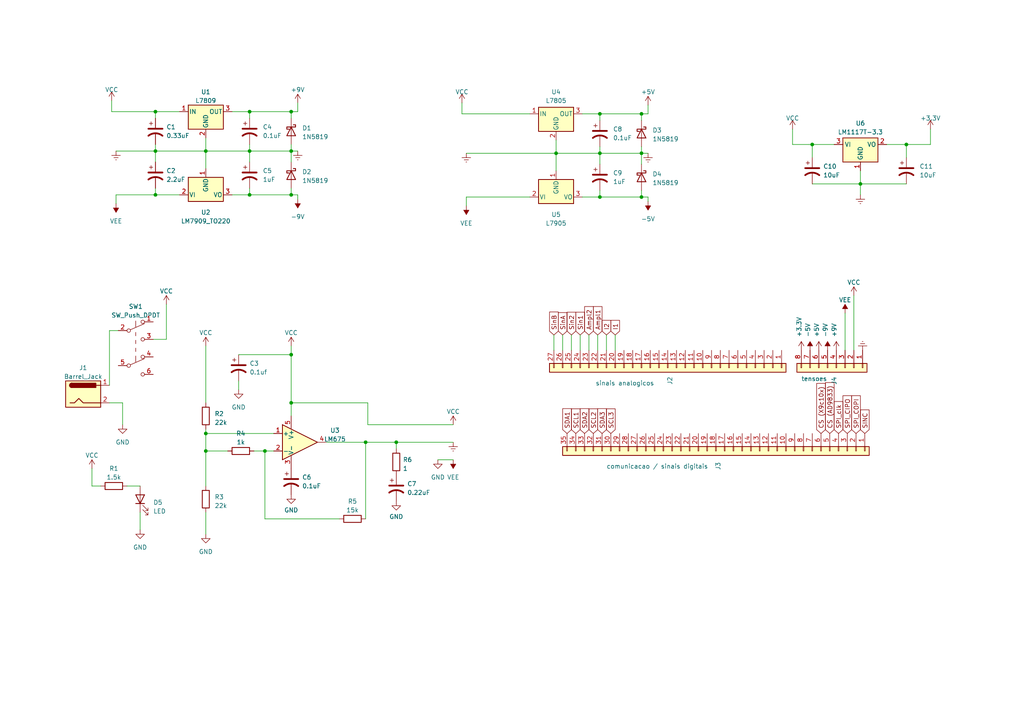
<source format=kicad_sch>
(kicad_sch (version 20230121) (generator eeschema)
  (paper "A4")
  (title_block (title "Fonte de tensao LM675") (date "2023-04-11") (rev "v02") (company "EITduino") (comment 1 "Autor: Gustavo Pinheiro") (comment 2 "reguladores: usar capacitores de tantalo"))
  (lib_symbols
    (symbol "Amplifier_Operational:LM675" (pin_names (offset 0.127))
      (property "Reference" "U" (at 0 7.62 0))
      (property "Value" "LM675" (at 0 5.08 0))
      (symbol "LM675_0_1"
        (polyline (pts (xy -5.08 5.08) (xy 5.08 0) (xy -5.08 -5.08) (xy -5.08 5.08)) (stroke (width 0.254)) (fill (type background)))
      )
      (symbol "LM675_1_1"
        (pin input line (at -7.62 2.54 0) (length 2.54) (name "+") (number "1"))
        (pin input line (at -7.62 -2.54 0) (length 2.54) (name "-") (number "2"))
        (pin power_in line (at -2.54 -7.62 90) (length 3.81) (name "V-") (number "3"))
        (pin output line (at 7.62 0 180) (length 2.54) (name "~") (number "4"))
        (pin power_in line (at -2.54 7.62 270) (length 3.81) (name "V+") (number "5"))
      )
    )
    (symbol "Connector:Barrel_Jack" (pin_names (offset 1.016))
      (property "Reference" "J" (at 0 5.334 0))
      (property "Value" "Barrel_Jack" (at 0 -5.08 0))
      (symbol "Barrel_Jack_0_1"
        (rectangle (start -5.08 3.81) (end 5.08 -3.81) (stroke (width 0.254)) (fill (type background)))
        (arc (start -3.302 3.175) (mid -3.9343 2.54) (end -3.302 1.905) (stroke (width 0.254)))
        (arc (start -3.302 3.175) (mid -3.9343 2.54) (end -3.302 1.905) (stroke (width 0.254)) (fill (type outline)))
        (polyline (pts (xy 5.08 2.54) (xy 3.81 2.54)) (stroke (width 0.254)))
        (polyline (pts (xy -3.81 -2.54) (xy -2.54 -2.54) (xy -1.27 -1.27) (xy 0 -2.54) (xy 2.54 -2.54) (xy 5.08 -2.54)) (stroke (width 0.254)))
        (rectangle (start 3.683 3.175) (end -3.302 1.905) (stroke (width 0.254)) (fill (type outline)))
      )
      (symbol "Barrel_Jack_1_1"
        (pin passive line (at 7.62 2.54 180) (length 2.54) (name "~") (number "1"))
        (pin passive line (at 7.62 -2.54 180) (length 2.54) (name "~") (number "2"))
      )
    )
    (symbol "Connector_Generic:Conn_01x08" (pin_names (offset 1.016) hide)
      (property "Reference" "J" (at 0 10.16 0))
      (property "Value" "Conn_01x08" (at 0 -12.7 0))
      (symbol "Conn_01x08_1_1"
        (rectangle (start -1.27 -10.033) (end 0 -10.287) (stroke (width 0.1524)))
        (rectangle (start -1.27 -7.493) (end 0 -7.747) (stroke (width 0.1524)))
        (rectangle (start -1.27 -4.953) (end 0 -5.207) (stroke (width 0.1524)))
        (rectangle (start -1.27 -2.413) (end 0 -2.667) (stroke (width 0.1524)))
        (rectangle (start -1.27 0.127) (end 0 -0.127) (stroke (width 0.1524)))
        (rectangle (start -1.27 2.667) (end 0 2.413) (stroke (width 0.1524)))
        (rectangle (start -1.27 5.207) (end 0 4.953) (stroke (width 0.1524)))
        (rectangle (start -1.27 7.747) (end 0 7.493) (stroke (width 0.1524)))
        (rectangle (start -1.27 8.89) (end 1.27 -11.43) (stroke (width 0.254)) (fill (type background)))
        (pin passive line (at -5.08 7.62 0) (length 3.81) (name "Pin_1") (number "1"))
        (pin passive line (at -5.08 5.08 0) (length 3.81) (name "Pin_2") (number "2"))
        (pin passive line (at -5.08 2.54 0) (length 3.81) (name "Pin_3") (number "3"))
        (pin passive line (at -5.08 0 0) (length 3.81) (name "Pin_4") (number "4"))
        (pin passive line (at -5.08 -2.54 0) (length 3.81) (name "Pin_5") (number "5"))
        (pin passive line (at -5.08 -5.08 0) (length 3.81) (name "Pin_6") (number "6"))
        (pin passive line (at -5.08 -7.62 0) (length 3.81) (name "Pin_7") (number "7"))
        (pin passive line (at -5.08 -10.16 0) (length 3.81) (name "Pin_8") (number "8"))
      )
    )
    (symbol "Connector_Generic:Conn_01x27" (pin_names (offset 1.016) hide)
      (property "Reference" "J" (at 0 35.56 0))
      (property "Value" "Conn_01x27" (at 0 -35.56 0))
      (symbol "Conn_01x27_1_1"
        (rectangle (start -1.27 -32.893) (end 0 -33.147) (stroke (width 0.1524)))
        (rectangle (start -1.27 -30.353) (end 0 -30.607) (stroke (width 0.1524)))
        (rectangle (start -1.27 -27.813) (end 0 -28.067) (stroke (width 0.1524)))
        (rectangle (start -1.27 -25.273) (end 0 -25.527) (stroke (width 0.1524)))
        (rectangle (start -1.27 -22.733) (end 0 -22.987) (stroke (width 0.1524)))
        (rectangle (start -1.27 -20.193) (end 0 -20.447) (stroke (width 0.1524)))
        (rectangle (start -1.27 -17.653) (end 0 -17.907) (stroke (width 0.1524)))
        (rectangle (start -1.27 -15.113) (end 0 -15.367) (stroke (width 0.1524)))
        (rectangle (start -1.27 -12.573) (end 0 -12.827) (stroke (width 0.1524)))
        (rectangle (start -1.27 -10.033) (end 0 -10.287) (stroke (width 0.1524)))
        (rectangle (start -1.27 -7.493) (end 0 -7.747) (stroke (width 0.1524)))
        (rectangle (start -1.27 -4.953) (end 0 -5.207) (stroke (width 0.1524)))
        (rectangle (start -1.27 -2.413) (end 0 -2.667) (stroke (width 0.1524)))
        (rectangle (start -1.27 0.127) (end 0 -0.127) (stroke (width 0.1524)))
        (rectangle (start -1.27 2.667) (end 0 2.413) (stroke (width 0.1524)))
        (rectangle (start -1.27 5.207) (end 0 4.953) (stroke (width 0.1524)))
        (rectangle (start -1.27 7.747) (end 0 7.493) (stroke (width 0.1524)))
        (rectangle (start -1.27 10.287) (end 0 10.033) (stroke (width 0.1524)))
        (rectangle (start -1.27 12.827) (end 0 12.573) (stroke (width 0.1524)))
        (rectangle (start -1.27 15.367) (end 0 15.113) (stroke (width 0.1524)))
        (rectangle (start -1.27 17.907) (end 0 17.653) (stroke (width 0.1524)))
        (rectangle (start -1.27 20.447) (end 0 20.193) (stroke (width 0.1524)))
        (rectangle (start -1.27 22.987) (end 0 22.733) (stroke (width 0.1524)))
        (rectangle (start -1.27 25.527) (end 0 25.273) (stroke (width 0.1524)))
        (rectangle (start -1.27 28.067) (end 0 27.813) (stroke (width 0.1524)))
        (rectangle (start -1.27 30.607) (end 0 30.353) (stroke (width 0.1524)))
        (rectangle (start -1.27 33.147) (end 0 32.893) (stroke (width 0.1524)))
        (rectangle (start -1.27 34.29) (end 1.27 -34.29) (stroke (width 0.254)) (fill (type background)))
        (pin passive line (at -5.08 33.02 0) (length 3.81) (name "Pin_1") (number "1"))
        (pin passive line (at -5.08 10.16 0) (length 3.81) (name "Pin_10") (number "10"))
        (pin passive line (at -5.08 7.62 0) (length 3.81) (name "Pin_11") (number "11"))
        (pin passive line (at -5.08 5.08 0) (length 3.81) (name "Pin_12") (number "12"))
        (pin passive line (at -5.08 2.54 0) (length 3.81) (name "Pin_13") (number "13"))
        (pin passive line (at -5.08 0 0) (length 3.81) (name "Pin_14") (number "14"))
        (pin passive line (at -5.08 -2.54 0) (length 3.81) (name "Pin_15") (number "15"))
        (pin passive line (at -5.08 -5.08 0) (length 3.81) (name "Pin_16") (number "16"))
        (pin passive line (at -5.08 -7.62 0) (length 3.81) (name "Pin_17") (number "17"))
        (pin passive line (at -5.08 -10.16 0) (length 3.81) (name "Pin_18") (number "18"))
        (pin passive line (at -5.08 -12.7 0) (length 3.81) (name "Pin_19") (number "19"))
        (pin passive line (at -5.08 30.48 0) (length 3.81) (name "Pin_2") (number "2"))
        (pin passive line (at -5.08 -15.24 0) (length 3.81) (name "Pin_20") (number "20"))
        (pin passive line (at -5.08 -17.78 0) (length 3.81) (name "Pin_21") (number "21"))
        (pin passive line (at -5.08 -20.32 0) (length 3.81) (name "Pin_22") (number "22"))
        (pin passive line (at -5.08 -22.86 0) (length 3.81) (name "Pin_23") (number "23"))
        (pin passive line (at -5.08 -25.4 0) (length 3.81) (name "Pin_24") (number "24"))
        (pin passive line (at -5.08 -27.94 0) (length 3.81) (name "Pin_25") (number "25"))
        (pin passive line (at -5.08 -30.48 0) (length 3.81) (name "Pin_26") (number "26"))
        (pin passive line (at -5.08 -33.02 0) (length 3.81) (name "Pin_27") (number "27"))
        (pin passive line (at -5.08 27.94 0) (length 3.81) (name "Pin_3") (number "3"))
        (pin passive line (at -5.08 25.4 0) (length 3.81) (name "Pin_4") (number "4"))
        (pin passive line (at -5.08 22.86 0) (length 3.81) (name "Pin_5") (number "5"))
        (pin passive line (at -5.08 20.32 0) (length 3.81) (name "Pin_6") (number "6"))
        (pin passive line (at -5.08 17.78 0) (length 3.81) (name "Pin_7") (number "7"))
        (pin passive line (at -5.08 15.24 0) (length 3.81) (name "Pin_8") (number "8"))
        (pin passive line (at -5.08 12.7 0) (length 3.81) (name "Pin_9") (number "9"))
      )
    )
    (symbol "Connector_Generic:Conn_01x35" (pin_names (offset 1.016) hide)
      (property "Reference" "J" (at 0 45.72 0))
      (property "Value" "Conn_01x35" (at 0 -45.72 0))
      (symbol "Conn_01x35_1_1"
        (rectangle (start -1.27 -43.053) (end 0 -43.307) (stroke (width 0.1524)))
        (rectangle (start -1.27 -40.513) (end 0 -40.767) (stroke (width 0.1524)))
        (rectangle (start -1.27 -37.973) (end 0 -38.227) (stroke (width 0.1524)))
        (rectangle (start -1.27 -35.433) (end 0 -35.687) (stroke (width 0.1524)))
        (rectangle (start -1.27 -32.893) (end 0 -33.147) (stroke (width 0.1524)))
        (rectangle (start -1.27 -30.353) (end 0 -30.607) (stroke (width 0.1524)))
        (rectangle (start -1.27 -27.813) (end 0 -28.067) (stroke (width 0.1524)))
        (rectangle (start -1.27 -25.273) (end 0 -25.527) (stroke (width 0.1524)))
        (rectangle (start -1.27 -22.733) (end 0 -22.987) (stroke (width 0.1524)))
        (rectangle (start -1.27 -20.193) (end 0 -20.447) (stroke (width 0.1524)))
        (rectangle (start -1.27 -17.653) (end 0 -17.907) (stroke (width 0.1524)))
        (rectangle (start -1.27 -15.113) (end 0 -15.367) (stroke (width 0.1524)))
        (rectangle (start -1.27 -12.573) (end 0 -12.827) (stroke (width 0.1524)))
        (rectangle (start -1.27 -10.033) (end 0 -10.287) (stroke (width 0.1524)))
        (rectangle (start -1.27 -7.493) (end 0 -7.747) (stroke (width 0.1524)))
        (rectangle (start -1.27 -4.953) (end 0 -5.207) (stroke (width 0.1524)))
        (rectangle (start -1.27 -2.413) (end 0 -2.667) (stroke (width 0.1524)))
        (rectangle (start -1.27 0.127) (end 0 -0.127) (stroke (width 0.1524)))
        (rectangle (start -1.27 2.667) (end 0 2.413) (stroke (width 0.1524)))
        (rectangle (start -1.27 5.207) (end 0 4.953) (stroke (width 0.1524)))
        (rectangle (start -1.27 7.747) (end 0 7.493) (stroke (width 0.1524)))
        (rectangle (start -1.27 10.287) (end 0 10.033) (stroke (width 0.1524)))
        (rectangle (start -1.27 12.827) (end 0 12.573) (stroke (width 0.1524)))
        (rectangle (start -1.27 15.367) (end 0 15.113) (stroke (width 0.1524)))
        (rectangle (start -1.27 17.907) (end 0 17.653) (stroke (width 0.1524)))
        (rectangle (start -1.27 20.447) (end 0 20.193) (stroke (width 0.1524)))
        (rectangle (start -1.27 22.987) (end 0 22.733) (stroke (width 0.1524)))
        (rectangle (start -1.27 25.527) (end 0 25.273) (stroke (width 0.1524)))
        (rectangle (start -1.27 28.067) (end 0 27.813) (stroke (width 0.1524)))
        (rectangle (start -1.27 30.607) (end 0 30.353) (stroke (width 0.1524)))
        (rectangle (start -1.27 33.147) (end 0 32.893) (stroke (width 0.1524)))
        (rectangle (start -1.27 35.687) (end 0 35.433) (stroke (width 0.1524)))
        (rectangle (start -1.27 38.227) (end 0 37.973) (stroke (width 0.1524)))
        (rectangle (start -1.27 40.767) (end 0 40.513) (stroke (width 0.1524)))
        (rectangle (start -1.27 43.307) (end 0 43.053) (stroke (width 0.1524)))
        (rectangle (start -1.27 44.45) (end 1.27 -44.45) (stroke (width 0.254)) (fill (type background)))
        (pin passive line (at -5.08 43.18 0) (length 3.81) (name "Pin_1") (number "1"))
        (pin passive line (at -5.08 20.32 0) (length 3.81) (name "Pin_10") (number "10"))
        (pin passive line (at -5.08 17.78 0) (length 3.81) (name "Pin_11") (number "11"))
        (pin passive line (at -5.08 15.24 0) (length 3.81) (name "Pin_12") (number "12"))
        (pin passive line (at -5.08 12.7 0) (length 3.81) (name "Pin_13") (number "13"))
        (pin passive line (at -5.08 10.16 0) (length 3.81) (name "Pin_14") (number "14"))
        (pin passive line (at -5.08 7.62 0) (length 3.81) (name "Pin_15") (number "15"))
        (pin passive line (at -5.08 5.08 0) (length 3.81) (name "Pin_16") (number "16"))
        (pin passive line (at -5.08 2.54 0) (length 3.81) (name "Pin_17") (number "17"))
        (pin passive line (at -5.08 0 0) (length 3.81) (name "Pin_18") (number "18"))
        (pin passive line (at -5.08 -2.54 0) (length 3.81) (name "Pin_19") (number "19"))
        (pin passive line (at -5.08 40.64 0) (length 3.81) (name "Pin_2") (number "2"))
        (pin passive line (at -5.08 -5.08 0) (length 3.81) (name "Pin_20") (number "20"))
        (pin passive line (at -5.08 -7.62 0) (length 3.81) (name "Pin_21") (number "21"))
        (pin passive line (at -5.08 -10.16 0) (length 3.81) (name "Pin_22") (number "22"))
        (pin passive line (at -5.08 -12.7 0) (length 3.81) (name "Pin_23") (number "23"))
        (pin passive line (at -5.08 -15.24 0) (length 3.81) (name "Pin_24") (number "24"))
        (pin passive line (at -5.08 -17.78 0) (length 3.81) (name "Pin_25") (number "25"))
        (pin passive line (at -5.08 -20.32 0) (length 3.81) (name "Pin_26") (number "26"))
        (pin passive line (at -5.08 -22.86 0) (length 3.81) (name "Pin_27") (number "27"))
        (pin passive line (at -5.08 -25.4 0) (length 3.81) (name "Pin_28") (number "28"))
        (pin passive line (at -5.08 -27.94 0) (length 3.81) (name "Pin_29") (number "29"))
        (pin passive line (at -5.08 38.1 0) (length 3.81) (name "Pin_3") (number "3"))
        (pin passive line (at -5.08 -30.48 0) (length 3.81) (name "Pin_30") (number "30"))
        (pin passive line (at -5.08 -33.02 0) (length 3.81) (name "Pin_31") (number "31"))
        (pin passive line (at -5.08 -35.56 0) (length 3.81) (name "Pin_32") (number "32"))
        (pin passive line (at -5.08 -38.1 0) (length 3.81) (name "Pin_33") (number "33"))
        (pin passive line (at -5.08 -40.64 0) (length 3.81) (name "Pin_34") (number "34"))
        (pin passive line (at -5.08 -43.18 0) (length 3.81) (name "Pin_35") (number "35"))
        (pin passive line (at -5.08 35.56 0) (length 3.81) (name "Pin_4") (number "4"))
        (pin passive line (at -5.08 33.02 0) (length 3.81) (name "Pin_5") (number "5"))
        (pin passive line (at -5.08 30.48 0) (length 3.81) (name "Pin_6") (number "6"))
        (pin passive line (at -5.08 27.94 0) (length 3.81) (name "Pin_7") (number "7"))
        (pin passive line (at -5.08 25.4 0) (length 3.81) (name "Pin_8") (number "8"))
        (pin passive line (at -5.08 22.86 0) (length 3.81) (name "Pin_9") (number "9"))
      )
    )
    (symbol "Device:C_Polarized_US" (pin_numbers hide) (pin_names (offset 0.254) hide)
      (property "Reference" "C" (at 0.635 2.54 0))
      (property "Value" "C_Polarized_US" (at 0.635 -2.54 0))
      (symbol "C_Polarized_US_0_1"
        (polyline (pts (xy -2.032 0.762) (xy 2.032 0.762)) (stroke (width 0.508)))
        (polyline (pts (xy -1.778 2.286) (xy -0.762 2.286)))
        (polyline (pts (xy -1.27 1.778) (xy -1.27 2.794)))
        (arc (start 2.032 -1.27) (mid 0 -0.5572) (end -2.032 -1.27) (stroke (width 0.508)))
      )
      (symbol "C_Polarized_US_1_1"
        (pin passive line (at 0 3.81 270) (length 2.794) (name "~") (number "1"))
        (pin passive line (at 0 -3.81 90) (length 3.302) (name "~") (number "2"))
      )
    )
    (symbol "Device:LED" (pin_numbers hide) (pin_names (offset 1.016) hide)
      (property "Reference" "D" (at 0 2.54 0))
      (property "Value" "LED" (at 0 -2.54 0))
      (symbol "LED_0_1"
        (polyline (pts (xy -1.27 -1.27) (xy -1.27 1.27)) (stroke (width 0.254)))
        (polyline (pts (xy -1.27 0) (xy 1.27 0)))
        (polyline (pts (xy 1.27 -1.27) (xy 1.27 1.27) (xy -1.27 0) (xy 1.27 -1.27)) (stroke (width 0.254)))
        (polyline (pts (xy -3.048 -0.762) (xy -4.572 -2.286) (xy -3.81 -2.286) (xy -4.572 -2.286) (xy -4.572 -1.524)))
        (polyline (pts (xy -1.778 -0.762) (xy -3.302 -2.286) (xy -2.54 -2.286) (xy -3.302 -2.286) (xy -3.302 -1.524)))
      )
      (symbol "LED_1_1"
        (pin passive line (at -3.81 0 0) (length 2.54) (name "K") (number "1"))
        (pin passive line (at 3.81 0 180) (length 2.54) (name "A") (number "2"))
      )
    )
    (symbol "Device:R" (pin_numbers hide) (pin_names (offset 0))
      (property "Reference" "R" (at 2.032 0 90))
      (property "Value" "R" (at 0 0 90))
      (symbol "R_0_1"
        (rectangle (start -1.016 -2.54) (end 1.016 2.54) (stroke (width 0.254)))
      )
      (symbol "R_1_1"
        (pin passive line (at 0 3.81 270) (length 1.27) (name "~") (number "1"))
        (pin passive line (at 0 -3.81 90) (length 1.27) (name "~") (number "2"))
      )
    )
    (symbol "Diode:1N5819" (pin_numbers hide) (pin_names (offset 1.016) hide)
      (property "Reference" "D" (at 0 2.54 0))
      (property "Value" "1N5819" (at 0 -2.54 0))
      (symbol "1N5819_0_1"
        (polyline (pts (xy 1.27 0) (xy -1.27 0)))
        (polyline (pts (xy 1.27 1.27) (xy 1.27 -1.27) (xy -1.27 0) (xy 1.27 1.27)) (stroke (width 0.254)))
        (polyline (pts (xy -1.905 0.635) (xy -1.905 1.27) (xy -1.27 1.27) (xy -1.27 -1.27) (xy -0.635 -1.27) (xy -0.635 -0.635)) (stroke (width 0.254)))
      )
      (symbol "1N5819_1_1"
        (pin passive line (at -3.81 0 0) (length 2.54) (name "K") (number "1"))
        (pin passive line (at 3.81 0 180) (length 2.54) (name "A") (number "2"))
      )
    )
    (symbol "GND_1" (power) (pin_names (offset 0))
      (property "Value" "GND_1" (at 0 -3.81 0))
      (symbol "GND_1_0_1"
        (polyline (pts (xy 0 0) (xy 0 -1.27) (xy 1.27 -1.27) (xy 0 -2.54) (xy -1.27 -1.27) (xy 0 -1.27)))
      )
      (symbol "GND_1_1_1"
        (pin power_in line (at 0 0 270) (length 0) hide (name "GND") (number "1"))
      )
    )
    (symbol "Regulator_Linear:L7805" (pin_names (offset 0.254))
      (property "Reference" "U" (at -3.81 3.175 0))
      (property "Value" "L7805" (at 0 3.175 0))
      (symbol "L7805_0_1"
        (rectangle (start -5.08 1.905) (end 5.08 -5.08) (stroke (width 0.254)) (fill (type background)))
      )
      (symbol "L7805_1_1"
        (pin power_in line (at -7.62 0 0) (length 2.54) (name "IN") (number "1"))
        (pin power_in line (at 0 -7.62 90) (length 2.54) (name "GND") (number "2"))
        (pin power_out line (at 7.62 0 180) (length 2.54) (name "OUT") (number "3"))
      )
    )
    (symbol "Regulator_Linear:L7809" (pin_names (offset 0.254))
      (property "Reference" "U" (at -3.81 3.175 0))
      (property "Value" "L7809" (at 0 3.175 0))
      (symbol "L7809_0_1"
        (rectangle (start -5.08 1.905) (end 5.08 -5.08) (stroke (width 0.254)) (fill (type background)))
      )
      (symbol "L7809_1_1"
        (pin power_in line (at -7.62 0 0) (length 2.54) (name "IN") (number "1"))
        (pin power_in line (at 0 -7.62 90) (length 2.54) (name "GND") (number "2"))
        (pin power_out line (at 7.62 0 180) (length 2.54) (name "OUT") (number "3"))
      )
    )
    (symbol "Regulator_Linear:L7905" (pin_names (offset 0.254))
      (property "Reference" "U" (at -3.81 -3.175 0))
      (property "Value" "L7905" (at 0 -3.175 0))
      (symbol "L7905_0_1"
        (rectangle (start -5.08 5.08) (end 5.08 -1.905) (stroke (width 0.254)) (fill (type background)))
      )
      (symbol "L7905_1_1"
        (pin power_in line (at 0 7.62 270) (length 2.54) (name "GND") (number "1"))
        (pin power_in line (at -7.62 0 0) (length 2.54) (name "VI") (number "2"))
        (pin power_out line (at 7.62 0 180) (length 2.54) (name "VO") (number "3"))
      )
    )
    (symbol "Regulator_Linear:LM1117T-3.3"
      (property "Reference" "U" (at -3.81 3.175 0))
      (property "Value" "LM1117T-3.3" (at 0 3.175 0))
      (symbol "LM1117T-3.3_0_1"
        (rectangle (start -5.08 -5.08) (end 5.08 1.905) (stroke (width 0.254)) (fill (type background)))
      )
      (symbol "LM1117T-3.3_1_1"
        (pin power_in line (at 0 -7.62 90) (length 2.54) (name "GND") (number "1"))
        (pin power_out line (at 7.62 0 180) (length 2.54) (name "VO") (number "2"))
        (pin power_in line (at -7.62 0 0) (length 2.54) (name "VI") (number "3"))
      )
    )
    (symbol "Regulator_Linear:LM7909_TO220" (pin_names (offset 0.254))
      (property "Reference" "U" (at -3.81 -3.175 0))
      (property "Value" "LM7909_TO220" (at 0 -3.175 0))
      (symbol "LM7909_TO220_0_1"
        (rectangle (start -5.08 5.08) (end 5.08 -1.905) (stroke (width 0.254)) (fill (type background)))
      )
      (symbol "LM7909_TO220_1_1"
        (pin power_in line (at 0 7.62 270) (length 2.54) (name "GND") (number "1"))
        (pin power_in line (at -7.62 0 0) (length 2.54) (name "VI") (number "2"))
        (pin power_out line (at 7.62 0 180) (length 2.54) (name "VO") (number "3"))
      )
    )
    (symbol "Switch:SW_Push_DPDT" (pin_names (offset 0) hide)
      (property "Reference" "SW" (at 0 8.89 0))
      (property "Value" "SW_Push_DPDT" (at 0 -10.16 0))
      (symbol "SW_Push_DPDT_0_0"
        (circle (center -2.032 -5.08) (radius 0.508))
        (circle (center -2.032 5.08) (radius 0.508))
        (circle (center 2.032 -7.62) (radius 0.508))
        (circle (center 2.032 2.54) (radius 0.508))
      )
      (symbol "SW_Push_DPDT_0_1"
        (polyline (pts (xy -1.524 -4.826) (xy 2.54 -3.048)))
        (polyline (pts (xy -1.524 5.334) (xy 2.54 7.112)))
        (polyline (pts (xy 0 -2.286) (xy 0 -4.064)))
        (polyline (pts (xy 0 -1.016) (xy 0 0)))
        (polyline (pts (xy 0 1.27) (xy 0 2.286)))
        (polyline (pts (xy 0 3.556) (xy 0 4.572)))
        (polyline (pts (xy 0 7.874) (xy 0 6.096)))
        (circle (center 2.032 -2.54) (radius 0.508))
        (circle (center 2.032 7.62) (radius 0.508))
      )
      (symbol "SW_Push_DPDT_1_1"
        (pin passive line (at 5.08 7.62 180) (length 2.54) (name "A") (number "1"))
        (pin passive line (at -5.08 5.08 0) (length 2.54) (name "B") (number "2"))
        (pin passive line (at 5.08 2.54 180) (length 2.54) (name "C") (number "3"))
        (pin passive line (at 5.08 -2.54 180) (length 2.54) (name "A") (number "4"))
        (pin passive line (at -5.08 -5.08 0) (length 2.54) (name "B") (number "5"))
        (pin passive line (at 5.08 -7.62 180) (length 2.54) (name "C") (number "6"))
      )
    )
    (symbol "VCC_1" (power) (pin_names (offset 0))
      (property "Value" "VCC_1" (at 0 3.81 0))
      (symbol "VCC_1_0_1"
        (polyline (pts (xy -0.762 1.27) (xy 0 2.54)))
        (polyline (pts (xy 0 0) (xy 0 2.54)))
        (polyline (pts (xy 0 2.54) (xy 0.762 1.27)))
      )
      (symbol "VCC_1_1_1"
        (pin power_in line (at 0 0 90) (length 0) hide (name "VCC") (number "1"))
      )
    )
    (symbol "power:+3.3V" (power) (pin_names (offset 0))
      (property "Value" "+3.3V" (at 0 3.556 0))
      (symbol "+3.3V_0_1"
        (polyline (pts (xy -0.762 1.27) (xy 0 2.54)))
        (polyline (pts (xy 0 0) (xy 0 2.54)))
        (polyline (pts (xy 0 2.54) (xy 0.762 1.27)))
      )
      (symbol "+3.3V_1_1"
        (pin power_in line (at 0 0 90) (length 0) hide (name "+3.3V") (number "1"))
      )
    )
    (symbol "power:+5V" (power) (pin_names (offset 0))
      (property "Value" "+5V" (at 0 3.556 0))
      (symbol "+5V_0_1"
        (polyline (pts (xy -0.762 1.27) (xy 0 2.54)))
        (polyline (pts (xy 0 0) (xy 0 2.54)))
        (polyline (pts (xy 0 2.54) (xy 0.762 1.27)))
      )
      (symbol "+5V_1_1"
        (pin power_in line (at 0 0 90) (length 0) hide (name "+5V") (number "1"))
      )
    )
    (symbol "power:+9V" (power) (pin_names (offset 0))
      (property "Value" "+9V" (at 0 3.556 0))
      (symbol "+9V_0_1"
        (polyline (pts (xy -0.762 1.27) (xy 0 2.54)))
        (polyline (pts (xy 0 0) (xy 0 2.54)))
        (polyline (pts (xy 0 2.54) (xy 0.762 1.27)))
      )
      (symbol "+9V_1_1"
        (pin power_in line (at 0 0 90) (length 0) hide (name "+9V") (number "1"))
      )
    )
    (symbol "power:-5V" (power) (pin_names (offset 0))
      (property "Value" "-5V" (at 0 3.81 0))
      (symbol "-5V_0_0"
        (pin power_in line (at 0 0 90) (length 0) hide (name "-5V") (number "1"))
      )
      (symbol "-5V_0_1"
        (polyline (pts (xy 0 0) (xy 0 1.27) (xy 0.762 1.27) (xy 0 2.54) (xy -0.762 1.27) (xy 0 1.27)) (fill (type outline)))
      )
    )
    (symbol "power:-9V" (power) (pin_names (offset 0))
      (property "Value" "-9V" (at 0 3.81 0))
      (symbol "-9V_0_1"
        (polyline (pts (xy 0 0) (xy 0 2.54)))
        (polyline (pts (xy 0.762 1.27) (xy -0.762 1.27) (xy 0 2.54) (xy 0.762 1.27)) (fill (type outline)))
      )
      (symbol "-9V_1_1"
        (pin power_in line (at 0 0 90) (length 0) hide (name "-9V") (number "1"))
      )
    )
    (symbol "power:Earth" (power) (pin_names (offset 0))
      (symbol "Earth_0_1"
        (polyline (pts (xy -0.635 -1.905) (xy 0.635 -1.905)))
        (polyline (pts (xy -0.127 -2.54) (xy 0.127 -2.54)))
        (polyline (pts (xy 0 -1.27) (xy 0 0)))
        (polyline (pts (xy 1.27 -1.27) (xy -1.27 -1.27)))
      )
      (symbol "Earth_1_1"
        (pin power_in line (at 0 0 270) (length 0) hide (name "Earth") (number "1"))
      )
    )
    (symbol "power:GND" (power) (pin_names (offset 0))
      (property "Value" "GND" (at 0 -3.81 0))
      (symbol "GND_0_1"
        (polyline (pts (xy 0 0) (xy 0 -1.27) (xy 1.27 -1.27) (xy 0 -2.54) (xy -1.27 -1.27) (xy 0 -1.27)))
      )
      (symbol "GND_1_1"
        (pin power_in line (at 0 0 270) (length 0) hide (name "GND") (number "1"))
      )
    )
    (symbol "power:VCC" (power) (pin_names (offset 0))
      (property "Value" "VCC" (at 0 3.81 0))
      (symbol "VCC_0_1"
        (polyline (pts (xy -0.762 1.27) (xy 0 2.54)))
        (polyline (pts (xy 0 0) (xy 0 2.54)))
        (polyline (pts (xy 0 2.54) (xy 0.762 1.27)))
      )
      (symbol "VCC_1_1"
        (pin power_in line (at 0 0 90) (length 0) hide (name "VCC") (number "1"))
      )
    )
    (symbol "power:VEE" (power) (pin_names (offset 0))
      (property "Value" "VEE" (at 0 3.81 0))
      (symbol "VEE_0_1"
        (polyline (pts (xy 0 0) (xy 0 2.54)))
        (polyline (pts (xy 0.762 1.27) (xy -0.762 1.27) (xy 0 2.54) (xy 0.762 1.27)) (fill (type outline)))
      )
      (symbol "VEE_1_1"
        (pin power_in line (at 0 0 90) (length 0) hide (name "VEE") (number "1"))
      )
    )
  )
  (junction (at 173.99 57.15))
  (junction (at 84.455 32.385))
  (junction (at 45.085 32.385))
  (junction (at 59.69 43.815))
  (junction (at 84.455 116.84))
  (junction (at 186.055 33.02))
  (junction (at 173.99 44.45))
  (junction (at 235.585 41.91))
  (junction (at 84.455 102.87))
  (junction (at 186.055 44.45))
  (junction (at 173.99 33.02))
  (junction (at 84.455 43.815))
  (junction (at 72.39 56.515))
  (junction (at 59.69 125.73))
  (junction (at 114.935 128.27))
  (junction (at 186.055 57.15))
  (junction (at 45.085 43.815))
  (junction (at 249.555 53.34))
  (junction (at 84.455 56.515))
  (junction (at 72.39 32.385))
  (junction (at 59.69 130.81))
  (junction (at 262.89 41.91))
  (junction (at 161.29 44.45))
  (junction (at 76.835 130.81))
  (junction (at 72.39 43.815))
  (junction (at 106.045 128.27))
  (junction (at 45.085 56.515))
  (wire (pts (xy 76.835 150.495) (xy 76.835 130.81)))
  (wire (pts (xy 269.875 41.91) (xy 262.89 41.91)))
  (wire (pts (xy 32.385 29.21) (xy 32.385 32.385)))
  (wire (pts (xy 245.11 90.805) (xy 245.11 101.6)))
  (wire (pts (xy 84.455 116.84) (xy 84.455 120.65)))
  (wire (pts (xy 175.895 97.155) (xy 175.895 101.6)))
  (wire (pts (xy 48.26 88.265) (xy 48.26 98.425)))
  (wire (pts (xy 235.585 41.91) (xy 241.935 41.91)))
  (wire (pts (xy 229.87 41.91) (xy 235.585 41.91)))
  (wire (pts (xy 163.195 97.155) (xy 163.195 101.6)))
  (wire (pts (xy 45.085 32.385) (xy 52.07 32.385)))
  (wire (pts (xy 40.64 148.59) (xy 40.64 153.67)))
  (wire (pts (xy 69.215 110.49) (xy 69.215 113.03)))
  (wire (pts (xy 69.215 102.87) (xy 84.455 102.87)))
  (wire (pts (xy 33.655 56.515) (xy 45.085 56.515)))
  (wire (pts (xy 76.835 130.81) (xy 79.375 130.81)))
  (wire (pts (xy 33.655 59.055) (xy 33.655 56.515)))
  (wire (pts (xy 84.455 32.385) (xy 86.36 32.385)))
  (wire (pts (xy 59.69 40.005) (xy 59.69 43.815)))
  (wire (pts (xy 114.935 128.27) (xy 131.445 128.27)))
  (wire (pts (xy 45.085 34.29) (xy 45.085 32.385)))
  (wire (pts (xy 173.99 42.545) (xy 173.99 44.45)))
  (wire (pts (xy 133.985 33.02) (xy 153.67 33.02)))
  (wire (pts (xy 186.055 33.02) (xy 187.96 33.02)))
  (wire (pts (xy 26.67 140.97) (xy 29.21 140.97)))
  (wire (pts (xy 133.985 29.845) (xy 133.985 33.02)))
  (wire (pts (xy 173.99 44.45) (xy 186.055 44.45)))
  (wire (pts (xy 84.455 54.61) (xy 84.455 56.515)))
  (wire (pts (xy 168.91 33.02) (xy 173.99 33.02)))
  (wire (pts (xy 34.29 95.885) (xy 31.75 95.885)))
  (wire (pts (xy 135.255 44.45) (xy 161.29 44.45)))
  (wire (pts (xy 186.055 57.15) (xy 187.96 57.15)))
  (wire (pts (xy 114.935 128.27) (xy 114.935 130.175)))
  (wire (pts (xy 135.255 57.15) (xy 153.67 57.15)))
  (wire (pts (xy 106.68 123.19) (xy 106.68 116.84)))
  (wire (pts (xy 84.455 43.815) (xy 86.36 43.815)))
  (wire (pts (xy 59.69 124.46) (xy 59.69 125.73)))
  (wire (pts (xy 262.89 41.91) (xy 262.89 45.72)))
  (wire (pts (xy 173.99 33.02) (xy 173.99 34.925)))
  (wire (pts (xy 84.455 32.385) (xy 84.455 34.29)))
  (wire (pts (xy 173.99 33.02) (xy 186.055 33.02)))
  (wire (pts (xy 35.56 116.84) (xy 35.56 123.19)))
  (wire (pts (xy 173.99 57.15) (xy 186.055 57.15)))
  (wire (pts (xy 45.085 54.61) (xy 45.085 56.515)))
  (wire (pts (xy 127 133.35) (xy 131.445 133.35)))
  (wire (pts (xy 84.455 56.515) (xy 86.36 56.515)))
  (wire (pts (xy 168.275 97.155) (xy 168.275 101.6)))
  (wire (pts (xy 67.31 32.385) (xy 72.39 32.385)))
  (wire (pts (xy 106.045 128.27) (xy 106.045 150.495)))
  (wire (pts (xy 229.87 37.465) (xy 229.87 41.91)))
  (wire (pts (xy 84.455 41.91) (xy 84.455 43.815)))
  (wire (pts (xy 72.39 43.815) (xy 84.455 43.815)))
  (wire (pts (xy 59.69 43.815) (xy 72.39 43.815)))
  (wire (pts (xy 235.585 53.34) (xy 249.555 53.34)))
  (wire (pts (xy 186.055 42.545) (xy 186.055 44.45)))
  (wire (pts (xy 186.055 33.02) (xy 186.055 34.925)))
  (wire (pts (xy 187.96 57.15) (xy 187.96 58.42)))
  (wire (pts (xy 48.26 98.425) (xy 44.45 98.425)))
  (wire (pts (xy 26.67 135.89) (xy 26.67 140.97)))
  (wire (pts (xy 72.39 56.515) (xy 84.455 56.515)))
  (wire (pts (xy 59.69 125.73) (xy 79.375 125.73)))
  (wire (pts (xy 36.83 140.97) (xy 40.64 140.97)))
  (wire (pts (xy 178.435 97.155) (xy 178.435 101.6)))
  (wire (pts (xy 173.99 44.45) (xy 173.99 47.625)))
  (wire (pts (xy 249.555 53.34) (xy 249.555 56.515)))
  (wire (pts (xy 186.055 44.45) (xy 187.96 44.45)))
  (wire (pts (xy 45.085 43.815) (xy 59.69 43.815)))
  (wire (pts (xy 84.455 100.33) (xy 84.455 102.87)))
  (wire (pts (xy 168.91 57.15) (xy 173.99 57.15)))
  (wire (pts (xy 98.425 150.495) (xy 76.835 150.495)))
  (wire (pts (xy 161.29 40.64) (xy 161.29 44.45)))
  (wire (pts (xy 45.085 41.91) (xy 45.085 43.815)))
  (wire (pts (xy 106.045 128.27) (xy 114.935 128.27)))
  (wire (pts (xy 161.29 44.45) (xy 173.99 44.45)))
  (wire (pts (xy 84.455 43.815) (xy 84.455 46.99)))
  (wire (pts (xy 186.055 44.45) (xy 186.055 47.625)))
  (wire (pts (xy 45.085 56.515) (xy 52.07 56.515)))
  (wire (pts (xy 59.69 100.33) (xy 59.69 116.84)))
  (wire (pts (xy 161.29 44.45) (xy 161.29 49.53)))
  (wire (pts (xy 32.385 32.385) (xy 45.085 32.385)))
  (wire (pts (xy 247.65 85.725) (xy 247.65 101.6)))
  (wire (pts (xy 31.75 95.885) (xy 31.75 111.76)))
  (wire (pts (xy 173.99 57.15) (xy 173.99 55.245)))
  (wire (pts (xy 173.355 97.155) (xy 173.355 101.6)))
  (wire (pts (xy 33.655 43.815) (xy 45.085 43.815)))
  (wire (pts (xy 72.39 56.515) (xy 72.39 54.61)))
  (wire (pts (xy 86.36 29.845) (xy 86.36 32.385)))
  (wire (pts (xy 72.39 41.91) (xy 72.39 43.815)))
  (wire (pts (xy 269.875 37.465) (xy 269.875 41.91)))
  (wire (pts (xy 59.69 148.59) (xy 59.69 154.94)))
  (wire (pts (xy 187.96 30.48) (xy 187.96 33.02)))
  (wire (pts (xy 86.36 56.515) (xy 86.36 57.785)))
  (wire (pts (xy 84.455 102.87) (xy 84.455 116.84)))
  (wire (pts (xy 257.175 41.91) (xy 262.89 41.91)))
  (wire (pts (xy 106.68 123.19) (xy 131.445 123.19)))
  (wire (pts (xy 106.68 116.84) (xy 84.455 116.84)))
  (wire (pts (xy 67.31 56.515) (xy 72.39 56.515)))
  (wire (pts (xy 59.69 43.815) (xy 59.69 48.895)))
  (wire (pts (xy 160.655 97.155) (xy 160.655 101.6)))
  (wire (pts (xy 249.555 53.34) (xy 262.89 53.34)))
  (wire (pts (xy 59.69 125.73) (xy 59.69 130.81)))
  (wire (pts (xy 59.69 130.81) (xy 66.04 130.81)))
  (wire (pts (xy 186.055 55.245) (xy 186.055 57.15)))
  (wire (pts (xy 72.39 32.385) (xy 84.455 32.385)))
  (wire (pts (xy 72.39 32.385) (xy 72.39 34.29)))
  (wire (pts (xy 170.815 97.155) (xy 170.815 101.6)))
  (wire (pts (xy 73.66 130.81) (xy 76.835 130.81)))
  (wire (pts (xy 165.735 97.155) (xy 165.735 101.6)))
  (wire (pts (xy 94.615 128.27) (xy 106.045 128.27)))
  (wire (pts (xy 31.75 116.84) (xy 35.56 116.84)))
  (wire (pts (xy 235.585 45.72) (xy 235.585 41.91)))
  (wire (pts (xy 249.555 49.53) (xy 249.555 53.34)))
  (wire (pts (xy 72.39 43.815) (xy 72.39 46.99)))
  (wire (pts (xy 45.085 43.815) (xy 45.085 46.99)))
  (wire (pts (xy 59.69 130.81) (xy 59.69 140.97)))
  (wire (pts (xy 135.255 59.69) (xy 135.255 57.15)))
  (global_label "SPI_clk" (shape input) (at 243.205 125.73 90) (property "Intersheetrefs" "${INTERSHEET_REFS}" (effects hide)))
  (global_label "I1" (shape input) (at 178.435 97.155 90) (property "Intersheetrefs" "${INTERSHEET_REFS}" (effects hide)))
  (global_label "SDA3" (shape input) (at 174.625 125.73 90) (property "Intersheetrefs" "${INTERSHEET_REFS}" (effects hide)))
  (global_label "SINC" (shape input) (at 250.825 125.73 90) (property "Intersheetrefs" "${INTERSHEET_REFS}" (effects hide)))
  (global_label "SDA2" (shape input) (at 169.545 125.73 90) (property "Intersheetrefs" "${INTERSHEET_REFS}" (effects hide)))
  (global_label "Ampl1" (shape input) (at 173.355 97.155 90) (property "Intersheetrefs" "${INTERSHEET_REFS}" (effects hide)))
  (global_label "SDA1" (shape input) (at 164.465 125.73 90) (property "Intersheetrefs" "${INTERSHEET_REFS}" (effects hide)))
  (global_label "Ampl2" (shape input) (at 170.815 97.155 90) (property "Intersheetrefs" "${INTERSHEET_REFS}" (effects hide)))
  (global_label "SCL2" (shape input) (at 172.085 125.73 90) (property "Intersheetrefs" "${INTERSHEET_REFS}" (effects hide)))
  (global_label "SCL3" (shape input) (at 177.165 125.73 90) (property "Intersheetrefs" "${INTERSHEET_REFS}" (effects hide)))
  (global_label "Sin2" (shape input) (at 165.735 97.155 90) (property "Intersheetrefs" "${INTERSHEET_REFS}" (effects hide)))
  (global_label "SPI_CIPO" (shape input) (at 245.745 125.73 90) (property "Intersheetrefs" "${INTERSHEET_REFS}" (effects hide)))
  (global_label "SinA" (shape input) (at 163.195 97.155 90) (property "Intersheetrefs" "${INTERSHEET_REFS}" (effects hide)))
  (global_label "I2" (shape input) (at 175.895 97.155 90) (property "Intersheetrefs" "${INTERSHEET_REFS}" (effects hide)))
  (global_label "CS (X9c10x)" (shape input) (at 238.125 125.73 90) (property "Intersheetrefs" "${INTERSHEET_REFS}" (effects hide)))
  (global_label "SinB" (shape input) (at 160.655 97.155 90) (property "Intersheetrefs" "${INTERSHEET_REFS}" (effects hide)))
  (global_label "Sin1" (shape input) (at 168.275 97.155 90) (property "Intersheetrefs" "${INTERSHEET_REFS}" (effects hide)))
  (global_label "SCL1" (shape input) (at 167.005 125.73 90) (property "Intersheetrefs" "${INTERSHEET_REFS}" (effects hide)))
  (global_label "SPI_COPI" (shape input) (at 248.285 125.73 90) (property "Intersheetrefs" "${INTERSHEET_REFS}" (effects hide)))
  (global_label "CS (AD9833)" (shape input) (at 240.665 125.73 90) (property "Intersheetrefs" "${INTERSHEET_REFS}" (effects hide)))
  (symbol (lib_id "Device:R") (at 69.85 130.81 90) (unit 1)
    (property "Reference" "R4" (at 69.85 125.73 90))
    (property "Value" "1k" (at 69.85 128.27 90))
    (property "Footprint" "Resistor_THT:R_Axial_DIN0617_L17.0mm_D6.0mm_P20.32mm_Horizontal" (effects hide))
  )
  (symbol (lib_id "power:GND") (at 84.455 143.51 0) (unit 1)
    (property "Reference" "#PWR0137" (effects hide))
    (property "Value" "GND" (at 84.455 147.955 0))
  )
  (symbol (lib_id "power:VCC") (at 48.26 88.265 0) (unit 1)
    (property "Reference" "#PWR0115" (effects hide))
    (property "Value" "VCC" (at 48.26 84.455 0))
  )
  (symbol (lib_id "Device:C_Polarized_US") (at 72.39 38.1 0) (unit 1)
    (property "Reference" "C4" (at 76.2 36.83 0) (effects (justify left)))
    (property "Value" "0.1uF" (at 76.2 39.37 0) (effects (justify left)))
    (property "Footprint" "Capacitor_THT:CP_Radial_D5.0mm_P2.50mm" (effects hide))
  )
  (symbol (lib_id "Device:C_Polarized_US") (at 235.585 49.53 0) (unit 1)
    (property "Reference" "C10" (at 238.76 48.26 0) (effects (justify left)))
    (property "Value" "10uF" (at 238.76 50.8 0) (effects (justify left)))
    (property "Footprint" "Capacitor_THT:CP_Radial_D5.0mm_P2.50mm" (effects hide))
  )
  (symbol (lib_id "Device:C_Polarized_US") (at 84.455 139.7 0) (unit 1)
    (property "Reference" "C6" (at 87.63 138.43 0) (effects (justify left)))
    (property "Value" "0.1uF" (at 87.63 140.97 0) (effects (justify left)))
    (property "Footprint" "Capacitor_THT:CP_Radial_D5.0mm_P2.50mm" (effects hide))
  )
  (symbol (lib_id "power:Earth") (at 131.445 128.27 0) (unit 1)
    (property "Reference" "#PWR0135" (effects hide))
    (property "Value" "Earth" (effects hide))
  )
  (symbol (lib_id "power:+3.3V") (at 232.41 101.6 0) (unit 1)
    (property "Reference" "#PWR0130" (effects hide))
    (property "Value" "+3.3V" (at 231.775 97.79 90) (effects (justify left)))
  )
  (symbol (lib_id "power:Earth") (at 187.96 44.45 0) (unit 1)
    (property "Reference" "#PWR0110" (effects hide))
    (property "Value" "Earth" (effects hide))
  )
  (symbol (lib_id "Regulator_Linear:L7805") (at 161.29 33.02 0) (unit 1)
    (property "Reference" "U4" (at 161.29 26.67 0))
    (property "Value" "L7805" (at 161.29 29.21 0))
    (property "Footprint" "Package_TO_SOT_THT:TO-220-3_Vertical" (effects hide))
    (property "Datasheet" "http://www.st.com/content/ccc/resource/technical/document/datasheet/41/4f/b3/b0/12/d4/47/88/CD00000444.pdf/files/CD00000444.pdf/jcr:content/translations/en.CD00000444.pdf" (effects hide))
  )
  (symbol (lib_id "power:VCC") (at 133.985 29.845 0) (unit 1)
    (property "Reference" "#PWR0107" (effects hide))
    (property "Value" "VCC" (at 133.985 26.67 0))
  )
  (symbol (lib_id "power:GND") (at 127 133.35 0) (unit 1)
    (property "Reference" "#PWR0134" (effects hide))
    (property "Value" "GND" (at 127 138.43 0))
  )
  (symbol (lib_id "power:VCC") (at 84.455 100.33 0) (unit 1)
    (property "Reference" "#PWR0120" (effects hide))
    (property "Value" "VCC" (at 84.455 96.52 0))
  )
  (symbol (lib_id "power:VCC") (at 131.445 123.19 0) (unit 1)
    (property "Reference" "#PWR0132" (effects hide))
    (property "Value" "VCC" (at 131.445 119.38 0))
  )
  (symbol (lib_id "power:VEE") (at 135.255 59.69 180) (unit 1)
    (property "Reference" "#PWR0109" (effects hide))
    (property "Value" "VEE" (at 135.255 64.77 0))
  )
  (symbol (lib_id "Device:C_Polarized_US") (at 45.085 50.8 0) (unit 1)
    (property "Reference" "C2" (at 48.26 49.53 0) (effects (justify left)))
    (property "Value" "2.2uF" (at 48.26 52.07 0) (effects (justify left)))
    (property "Footprint" "Capacitor_THT:CP_Radial_D5.0mm_P2.50mm" (effects hide))
  )
  (symbol (lib_id "Device:R") (at 102.235 150.495 90) (unit 1)
    (property "Reference" "R5" (at 102.235 145.415 90))
    (property "Value" "15k" (at 102.235 147.955 90))
    (property "Footprint" "Resistor_THT:R_Axial_DIN0617_L17.0mm_D6.0mm_P20.32mm_Horizontal" (effects hide))
  )
  (symbol (lib_id "Connector_Generic:Conn_01x27") (at 193.675 106.68 270) (unit 1)
    (property "Reference" "J2" (at 194.31 109.22 0) (effects (justify left)))
    (property "Value" "sinais analogicos" (at 172.72 111.125 90) (effects (justify left)))
    (property "Footprint" "Connector_PinHeader_2.54mm:PinHeader_1x27_P2.54mm_Vertical" (effects hide))
  )
  (symbol (lib_id "Device:C_Polarized_US") (at 45.085 38.1 0) (unit 1)
    (property "Reference" "C1" (at 48.26 36.83 0) (effects (justify left)))
    (property "Value" "0.33uF" (at 48.26 39.37 0) (effects (justify left)))
    (property "Footprint" "Capacitor_THT:CP_Radial_D5.0mm_P2.50mm" (effects hide))
  )
  (symbol (lib_id "power:GND") (at 114.935 145.415 0) (unit 1)
    (property "Reference" "#PWR0133" (effects hide))
    (property "Value" "GND" (at 114.935 149.86 0))
  )
  (symbol (lib_id "power:VEE") (at 245.11 90.805 0) (unit 1)
    (property "Reference" "#PWR0123" (effects hide))
    (property "Value" "VEE" (at 245.11 86.995 0))
  )
  (symbol (lib_id "Device:R") (at 59.69 120.65 0) (unit 1)
    (property "Reference" "R2" (at 62.23 120.015 0) (effects (justify left)))
    (property "Value" "22k" (at 62.23 122.555 0) (effects (justify left)))
    (property "Footprint" "Resistor_THT:R_Axial_DIN0617_L17.0mm_D6.0mm_P20.32mm_Horizontal" (effects hide))
  )
  (symbol (lib_id "Connector_Generic:Conn_01x08") (at 242.57 106.68 270) (unit 1)
    (property "Reference" "J4" (at 241.935 109.22 0) (effects (justify left)))
    (property "Value" "tensoes" (at 232.41 109.855 90) (effects (justify left)))
    (property "Footprint" "Connector_PinHeader_2.54mm:PinHeader_1x08_P2.54mm_Vertical" (effects hide))
  )
  (symbol (lib_id "Switch:SW_Push_DPDT") (at 39.37 100.965 0) (unit 1)
    (property "Reference" "SW1" (at 39.37 88.9 0))
    (property "Value" "SW_Push_DPDT" (at 39.37 91.44 0))
    (property "Footprint" "Button_Switch_THT:SW_PUSH_E-Switch_FS5700DP_DPDT" (effects hide))
  )
  (symbol (lib_id "Amplifier_Operational:LM675") (at 86.995 128.27 0) (unit 1)
    (property "Reference" "U3" (at 97.155 124.8411 0))
    (property "Value" "LM675" (at 97.155 127.3811 0))
    (property "Footprint" "Package_TO_SOT_THT:TO-220-5_P3.4x3.7mm_StaggerOdd_Lead3.8mm_Vertical" (effects hide))
    (property "Datasheet" "http://www.ti.com/lit/ds/symlink/lm675.pdf" (effects hide))
  )
  (symbol (lib_id "power:VCC") (at 32.385 29.21 0) (unit 1)
    (property "Reference" "#PWR0101" (effects hide))
    (property "Value" "VCC" (at 32.385 26.035 0))
  )
  (symbol (lib_id "power:-5V") (at 187.96 58.42 180) (unit 1)
    (property "Reference" "#PWR0113" (effects hide))
    (property "Value" "-5V" (at 187.96 63.5 0))
  )
  (symbol (lib_id "power:+9V") (at 86.36 29.845 0) (unit 1)
    (property "Reference" "#PWR0103" (effects hide))
    (property "Value" "+9V" (at 86.36 26.035 0))
  )
  (symbol (lib_id "Device:C_Polarized_US") (at 262.89 49.53 0) (unit 1)
    (property "Reference" "C11" (at 266.7 48.26 0) (effects (justify left)))
    (property "Value" "10uF" (at 266.7 50.8 0) (effects (justify left)))
    (property "Footprint" "Capacitor_THT:CP_Radial_D5.0mm_P2.50mm" (effects hide))
  )
  (symbol (lib_id "Device:C_Polarized_US") (at 114.935 141.605 0) (unit 1)
    (property "Reference" "C7" (at 118.11 140.335 0) (effects (justify left)))
    (property "Value" "0.22uF" (at 118.11 142.875 0) (effects (justify left)))
    (property "Footprint" "Capacitor_THT:CP_Radial_D5.0mm_P2.50mm" (effects hide))
  )
  (symbol (lib_id "Device:R") (at 114.935 133.985 0) (unit 1)
    (property "Reference" "R6" (at 116.84 133.35 0) (effects (justify left)))
    (property "Value" "1" (at 116.84 135.89 0) (effects (justify left)))
    (property "Footprint" "Resistor_THT:R_Axial_DIN0617_L17.0mm_D6.0mm_P20.32mm_Horizontal" (effects hide))
  )
  (symbol (lib_id "power:-5V") (at 234.95 101.6 0) (unit 1)
    (property "Reference" "#PWR0128" (effects hide))
    (property "Value" "-5V" (at 234.315 97.79 90) (effects (justify left)))
  )
  (symbol (lib_id "Diode:1N5819") (at 84.455 50.8 270) (unit 1)
    (property "Reference" "D2" (at 87.63 49.8475 90) (effects (justify left)))
    (property "Value" "1N5819" (at 87.63 52.3875 90) (effects (justify left)))
    (property "Footprint" "Diode_THT:D_DO-41_SOD81_P10.16mm_Horizontal" (effects hide))
    (property "Datasheet" "http://www.vishay.com/docs/88525/1n5817.pdf" (effects hide))
  )
  (symbol (lib_id "power:Earth") (at 135.255 44.45 0) (unit 1)
    (property "Reference" "#PWR0108" (effects hide))
    (property "Value" "Earth" (effects hide))
  )
  (symbol (lib_id "power:-9V") (at 240.03 101.6 0) (unit 1)
    (property "Reference" "#PWR0127" (effects hide))
    (property "Value" "-9V" (at 239.395 97.79 90) (effects (justify left)))
  )
  (symbol (lib_id "Diode:1N5819") (at 84.455 38.1 270) (unit 1)
    (property "Reference" "D1" (at 87.63 37.1475 90) (effects (justify left)))
    (property "Value" "1N5819" (at 87.63 39.6875 90) (effects (justify left)))
    (property "Footprint" "Diode_THT:D_DO-41_SOD81_P10.16mm_Horizontal" (effects hide))
    (property "Datasheet" "http://www.vishay.com/docs/88525/1n5817.pdf" (effects hide))
  )
  (symbol (lib_id "power:Earth") (at 250.19 101.6 180) (unit 1)
    (property "Reference" "#PWR0125" (effects hide))
    (property "Value" "Earth" (effects hide))
  )
  (symbol (lib_id "power:+5V") (at 237.49 101.6 0) (unit 1)
    (property "Reference" "#PWR0129" (effects hide))
    (property "Value" "+5V" (at 236.855 97.79 90) (effects (justify left)))
  )
  (symbol (lib_id "power:VEE") (at 131.445 133.35 180) (unit 1)
    (property "Reference" "#PWR0136" (effects hide))
    (property "Value" "VEE" (at 131.445 138.43 0))
  )
  (symbol (lib_id "Regulator_Linear:LM7909_TO220") (at 59.69 56.515 0) (unit 1)
    (property "Reference" "U2" (at 59.69 61.595 0))
    (property "Value" "LM7909_TO220" (at 59.69 64.135 0))
    (property "Footprint" "Package_TO_SOT_THT:TO-220-3_Vertical" (effects hide))
    (property "Datasheet" "https://www.onsemi.com/pub/Collateral/MC7900-D.PDF" (effects hide))
  )
  (symbol (lib_id "Connector_Generic:Conn_01x35") (at 207.645 130.81 270) (unit 1)
    (property "Reference" "J3" (at 208.28 133.985 0) (effects (justify left)))
    (property "Value" "comunicacao / sinais digitais" (at 175.895 135.255 90) (effects (justify left)))
    (property "Footprint" "Connector_PinHeader_2.54mm:PinHeader_1x35_P2.54mm_Vertical" (effects hide))
  )
  (symbol (lib_id "Device:LED") (at 40.64 144.78 90) (unit 1)
    (property "Reference" "D5" (at 44.45 145.7325 90) (effects (justify right)))
    (property "Value" "LED" (at 44.45 148.2725 90) (effects (justify right)))
    (property "Footprint" "LED_THT:LED_D5.0mm" (effects hide))
  )
  (symbol (lib_id "power:+5V") (at 187.96 30.48 0) (unit 1)
    (property "Reference" "#PWR0112" (effects hide))
    (property "Value" "+5V" (at 187.96 26.67 0))
  )
  (symbol (lib_id "Device:R") (at 33.02 140.97 90) (unit 1)
    (property "Reference" "R1" (at 33.02 135.89 90))
    (property "Value" "1.5k" (at 33.02 138.43 90))
    (property "Footprint" "Resistor_THT:R_Axial_DIN0617_L17.0mm_D6.0mm_P20.32mm_Horizontal" (effects hide))
  )
  (symbol (lib_id "power:VCC") (at 247.65 85.725 0) (unit 1)
    (property "Reference" "#PWR0124" (effects hide))
    (property "Value" "VCC" (at 247.65 81.915 0))
  )
  (symbol (lib_name "VCC_1") (lib_id "power:VCC") (at 26.67 135.89 0) (unit 1)
    (property "Reference" "#PWR0114" (effects hide))
    (property "Value" "VCC" (at 26.67 132.08 0))
  )
  (symbol (lib_id "power:-9V") (at 86.36 57.785 180) (unit 1)
    (property "Reference" "#PWR0105" (effects hide))
    (property "Value" "-9V" (at 86.36 62.865 0))
  )
  (symbol (lib_id "power:Earth") (at 33.655 43.815 0) (unit 1)
    (property "Reference" "#PWR0102" (effects hide))
    (property "Value" "Earth" (effects hide))
  )
  (symbol (lib_id "power:VCC") (at 59.69 100.33 0) (unit 1)
    (property "Reference" "#PWR0119" (effects hide))
    (property "Value" "VCC" (at 59.69 96.52 0))
  )
  (symbol (lib_id "power:+9V") (at 242.57 101.6 0) (unit 1)
    (property "Reference" "#PWR0131" (effects hide))
    (property "Value" "+9V" (at 241.935 97.79 90) (effects (justify left)))
  )
  (symbol (lib_id "power:Earth") (at 249.555 56.515 0) (unit 1)
    (property "Reference" "#PWR0122" (effects hide))
    (property "Value" "Earth" (effects hide))
  )
  (symbol (lib_id "power:GND") (at 69.215 113.03 0) (unit 1)
    (property "Reference" "#PWR0118" (effects hide))
    (property "Value" "GND" (at 69.215 118.11 0))
  )
  (symbol (lib_id "Device:R") (at 59.69 144.78 0) (unit 1)
    (property "Reference" "R3" (at 62.23 144.145 0) (effects (justify left)))
    (property "Value" "22k" (at 62.23 146.685 0) (effects (justify left)))
    (property "Footprint" "Resistor_THT:R_Axial_DIN0617_L17.0mm_D6.0mm_P20.32mm_Horizontal" (effects hide))
  )
  (symbol (lib_id "Regulator_Linear:L7905") (at 161.29 57.15 0) (unit 1)
    (property "Reference" "U5" (at 161.29 62.23 0))
    (property "Value" "L7905" (at 161.29 64.77 0))
    (property "Footprint" "Package_TO_SOT_THT:TO-220-3_Vertical" (effects hide))
    (property "Datasheet" "http://www.st.com/content/ccc/resource/technical/document/datasheet/c9/16/86/41/c7/2b/45/f2/CD00000450.pdf/files/CD00000450.pdf/jcr:content/translations/en.CD00000450.pdf" (effects hide))
  )
  (symbol (lib_id "Device:C_Polarized_US") (at 72.39 50.8 0) (unit 1)
    (property "Reference" "C5" (at 76.2 49.53 0) (effects (justify left)))
    (property "Value" "1uF" (at 76.2 52.07 0) (effects (justify left)))
    (property "Footprint" "Capacitor_THT:CP_Radial_D5.0mm_P2.50mm" (effects hide))
  )
  (symbol (lib_id "Diode:1N5819") (at 186.055 51.435 270) (unit 1)
    (property "Reference" "D4" (at 189.23 50.4825 90) (effects (justify left)))
    (property "Value" "1N5819" (at 189.23 53.0225 90) (effects (justify left)))
    (property "Footprint" "Diode_THT:D_DO-41_SOD81_P10.16mm_Horizontal" (effects hide))
    (property "Datasheet" "http://www.vishay.com/docs/88525/1n5817.pdf" (effects hide))
  )
  (symbol (lib_id "power:VEE") (at 33.655 59.055 180) (unit 1)
    (property "Reference" "#PWR0104" (effects hide))
    (property "Value" "VEE" (at 33.655 64.135 0))
  )
  (symbol (lib_id "Connector:Barrel_Jack") (at 24.13 114.3 0) (unit 1)
    (property "Reference" "J1" (at 24.13 106.68 0))
    (property "Value" "Barrel_Jack" (at 24.13 109.22 0))
    (property "Footprint" "Connector_BarrelJack:BarrelJack_GCT_DCJ200-10-A_Horizontal" (effects hide))
  )
  (symbol (lib_id "Device:C_Polarized_US") (at 173.99 38.735 0) (unit 1)
    (property "Reference" "C8" (at 177.8 37.465 0) (effects (justify left)))
    (property "Value" "0.1uF" (at 177.8 40.005 0) (effects (justify left)))
    (property "Footprint" "Capacitor_THT:CP_Radial_D5.0mm_P2.50mm" (effects hide))
  )
  (symbol (lib_id "power:Earth") (at 86.36 43.815 0) (unit 1)
    (property "Reference" "#PWR0106" (effects hide))
    (property "Value" "Earth" (effects hide))
  )
  (symbol (lib_id "Regulator_Linear:L7809") (at 59.69 32.385 0) (unit 1)
    (property "Reference" "U1" (at 59.69 26.67 0))
    (property "Value" "L7809" (at 59.69 29.21 0))
    (property "Footprint" "Package_TO_SOT_THT:TO-220-3_Vertical" (effects hide))
    (property "Datasheet" "http://www.st.com/content/ccc/resource/technical/document/datasheet/41/4f/b3/b0/12/d4/47/88/CD00000444.pdf/files/CD00000444.pdf/jcr:content/translations/en.CD00000444.pdf" (effects hide))
  )
  (symbol (lib_id "Device:C_Polarized_US") (at 173.99 51.435 0) (unit 1)
    (property "Reference" "C9" (at 177.8 50.165 0) (effects (justify left)))
    (property "Value" "1uF" (at 177.8 52.705 0) (effects (justify left)))
    (property "Footprint" "Capacitor_THT:CP_Radial_D5.0mm_P2.50mm" (effects hide))
  )
  (symbol (lib_id "power:GND") (at 35.56 123.19 0) (unit 1)
    (property "Reference" "#PWR0121" (effects hide))
    (property "Value" "GND" (at 35.56 128.27 0))
  )
  (symbol (lib_id "Device:C_Polarized_US") (at 69.215 106.68 0) (unit 1)
    (property "Reference" "C3" (at 72.39 105.41 0) (effects (justify left)))
    (property "Value" "0.1uf" (at 72.39 107.95 0) (effects (justify left)))
    (property "Footprint" "Capacitor_THT:CP_Radial_D5.0mm_P2.50mm" (effects hide))
  )
  (symbol (lib_name "GND_1") (lib_id "power:GND") (at 40.64 153.67 0) (unit 1)
    (property "Reference" "#PWR0116" (effects hide))
    (property "Value" "GND" (at 40.64 158.75 0))
  )
  (symbol (lib_id "Diode:1N5819") (at 186.055 38.735 270) (unit 1)
    (property "Reference" "D3" (at 189.23 37.7825 90) (effects (justify left)))
    (property "Value" "1N5819" (at 189.23 40.3225 90) (effects (justify left)))
    (property "Footprint" "Diode_THT:D_DO-41_SOD81_P10.16mm_Horizontal" (effects hide))
    (property "Datasheet" "http://www.vishay.com/docs/88525/1n5817.pdf" (effects hide))
  )
  (symbol (lib_id "power:GND") (at 59.69 154.94 0) (unit 1)
    (property "Reference" "#PWR0117" (effects hide))
    (property "Value" "GND" (at 59.69 160.02 0))
  )
  (symbol (lib_id "power:+3.3V") (at 269.875 37.465 0) (unit 1)
    (property "Reference" "#PWR0126" (effects hide))
    (property "Value" "+3.3V" (at 269.875 34.29 0))
  )
  (symbol (lib_id "Regulator_Linear:LM1117T-3.3") (at 249.555 41.91 0) (unit 1)
    (property "Reference" "U6" (at 249.555 35.7633 0))
    (property "Value" "LM1117T-3.3" (at 249.555 38.3033 0))
    (property "Footprint" "Package_TO_SOT_THT:TO-220-3_Vertical" (effects hide))
    (property "Datasheet" "http://www.ti.com/lit/ds/symlink/lm1117.pdf" (effects hide))
  )
  (symbol (lib_id "power:VCC") (at 229.87 37.465 0) (unit 1)
    (property "Reference" "#PWR0111" (effects hide))
    (property "Value" "VCC" (at 229.87 34.29 0))
  )
)
</source>
